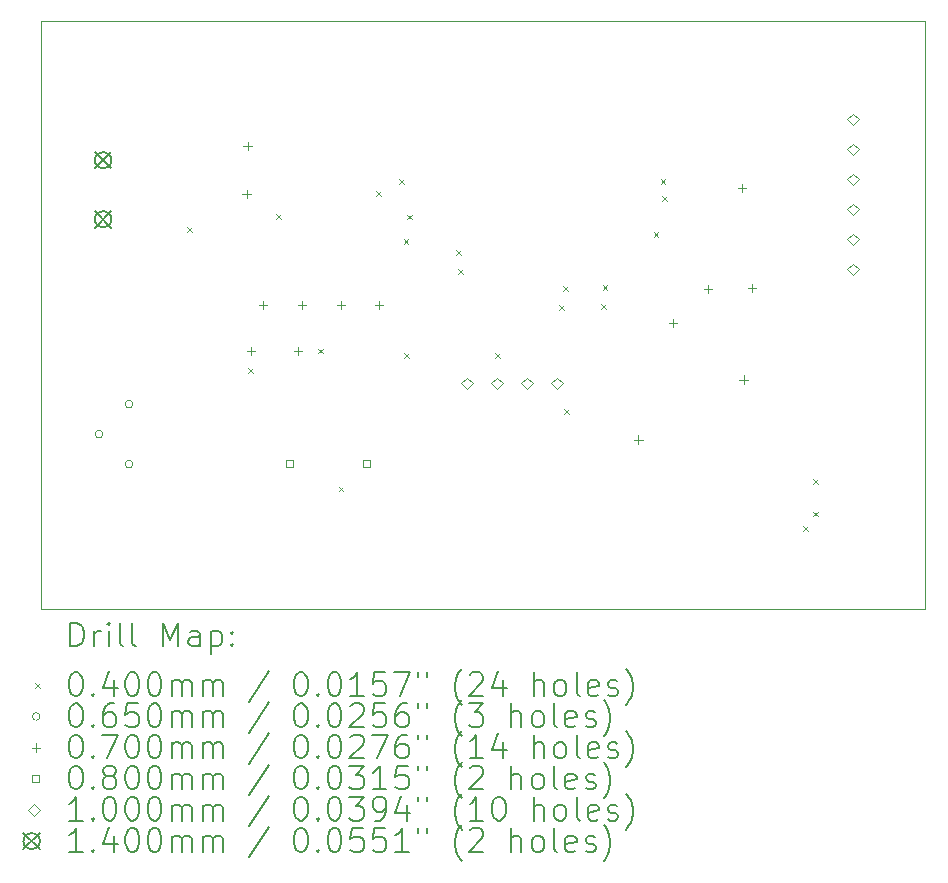
<source format=gbr>
%FSLAX45Y45*%
G04 Gerber Fmt 4.5, Leading zero omitted, Abs format (unit mm)*
G04 Created by KiCad (PCBNEW (6.0.2)) date 2022-04-01 11:26:05*
%MOMM*%
%LPD*%
G01*
G04 APERTURE LIST*
%TA.AperFunction,Profile*%
%ADD10C,0.100000*%
%TD*%
%ADD11C,0.200000*%
%ADD12C,0.040000*%
%ADD13C,0.065000*%
%ADD14C,0.070000*%
%ADD15C,0.080000*%
%ADD16C,0.100000*%
%ADD17C,0.139954*%
G04 APERTURE END LIST*
D10*
X8840000Y-14705000D02*
X16325000Y-14705000D01*
X16325000Y-14705000D02*
X16325000Y-9730000D01*
X16325000Y-9730000D02*
X8840000Y-9730000D01*
X8840000Y-9730000D02*
X8840000Y-14705000D01*
D11*
D12*
X10082500Y-11472500D02*
X10122500Y-11512500D01*
X10122500Y-11472500D02*
X10082500Y-11512500D01*
X10600000Y-12665000D02*
X10640000Y-12705000D01*
X10640000Y-12665000D02*
X10600000Y-12705000D01*
X10835000Y-11360000D02*
X10875000Y-11400000D01*
X10875000Y-11360000D02*
X10835000Y-11400000D01*
X11190000Y-12500000D02*
X11230000Y-12540000D01*
X11230000Y-12500000D02*
X11190000Y-12540000D01*
X11365000Y-13670000D02*
X11405000Y-13710000D01*
X11405000Y-13670000D02*
X11365000Y-13710000D01*
X11680000Y-11165000D02*
X11720000Y-11205000D01*
X11720000Y-11165000D02*
X11680000Y-11205000D01*
X11875000Y-11065000D02*
X11915000Y-11105000D01*
X11915000Y-11065000D02*
X11875000Y-11105000D01*
X11915000Y-11575000D02*
X11955000Y-11615000D01*
X11955000Y-11575000D02*
X11915000Y-11615000D01*
X11920000Y-12540000D02*
X11960000Y-12580000D01*
X11960000Y-12540000D02*
X11920000Y-12580000D01*
X11945000Y-11365000D02*
X11985000Y-11405000D01*
X11985000Y-11365000D02*
X11945000Y-11405000D01*
X12360000Y-11665000D02*
X12400000Y-11705000D01*
X12400000Y-11665000D02*
X12360000Y-11705000D01*
X12375000Y-11825000D02*
X12415000Y-11865000D01*
X12415000Y-11825000D02*
X12375000Y-11865000D01*
X12687000Y-12537000D02*
X12727000Y-12577000D01*
X12727000Y-12537000D02*
X12687000Y-12577000D01*
X13230000Y-12135000D02*
X13270000Y-12175000D01*
X13270000Y-12135000D02*
X13230000Y-12175000D01*
X13265000Y-11970000D02*
X13305000Y-12010000D01*
X13305000Y-11970000D02*
X13265000Y-12010000D01*
X13275000Y-13015000D02*
X13315000Y-13055000D01*
X13315000Y-13015000D02*
X13275000Y-13055000D01*
X13587500Y-12122500D02*
X13627500Y-12162500D01*
X13627500Y-12122500D02*
X13587500Y-12162500D01*
X13600000Y-11965000D02*
X13640000Y-12005000D01*
X13640000Y-11965000D02*
X13600000Y-12005000D01*
X14030000Y-11515000D02*
X14070000Y-11555000D01*
X14070000Y-11515000D02*
X14030000Y-11555000D01*
X14090000Y-11065000D02*
X14130000Y-11105000D01*
X14130000Y-11065000D02*
X14090000Y-11105000D01*
X14100000Y-11210000D02*
X14140000Y-11250000D01*
X14140000Y-11210000D02*
X14100000Y-11250000D01*
X15295000Y-14005000D02*
X15335000Y-14045000D01*
X15335000Y-14005000D02*
X15295000Y-14045000D01*
X15380000Y-13605000D02*
X15420000Y-13645000D01*
X15420000Y-13605000D02*
X15380000Y-13645000D01*
X15380000Y-13880000D02*
X15420000Y-13920000D01*
X15420000Y-13880000D02*
X15380000Y-13920000D01*
D13*
X9368500Y-13225000D02*
G75*
G03*
X9368500Y-13225000I-32500J0D01*
G01*
X9622500Y-12971000D02*
G75*
G03*
X9622500Y-12971000I-32500J0D01*
G01*
X9622500Y-13479000D02*
G75*
G03*
X9622500Y-13479000I-32500J0D01*
G01*
D14*
X10585000Y-11155000D02*
X10585000Y-11225000D01*
X10550000Y-11190000D02*
X10620000Y-11190000D01*
X10592500Y-10747500D02*
X10592500Y-10817500D01*
X10557500Y-10782500D02*
X10627500Y-10782500D01*
X10620000Y-12485000D02*
X10620000Y-12555000D01*
X10585000Y-12520000D02*
X10655000Y-12520000D01*
X10725000Y-12095000D02*
X10725000Y-12165000D01*
X10690000Y-12130000D02*
X10760000Y-12130000D01*
X11020000Y-12485000D02*
X11020000Y-12555000D01*
X10985000Y-12520000D02*
X11055000Y-12520000D01*
X11055000Y-12095000D02*
X11055000Y-12165000D01*
X11020000Y-12130000D02*
X11090000Y-12130000D01*
X11385000Y-12095000D02*
X11385000Y-12165000D01*
X11350000Y-12130000D02*
X11420000Y-12130000D01*
X11705000Y-12095000D02*
X11705000Y-12165000D01*
X11670000Y-12130000D02*
X11740000Y-12130000D01*
X13902500Y-13235000D02*
X13902500Y-13305000D01*
X13867500Y-13270000D02*
X13937500Y-13270000D01*
X14197500Y-12250000D02*
X14197500Y-12320000D01*
X14162500Y-12285000D02*
X14232500Y-12285000D01*
X14492500Y-11962500D02*
X14492500Y-12032500D01*
X14457500Y-11997500D02*
X14527500Y-11997500D01*
X14777500Y-11102500D02*
X14777500Y-11172500D01*
X14742500Y-11137500D02*
X14812500Y-11137500D01*
X14792500Y-12727500D02*
X14792500Y-12797500D01*
X14757500Y-12762500D02*
X14827500Y-12762500D01*
X14862500Y-11955000D02*
X14862500Y-12025000D01*
X14827500Y-11990000D02*
X14897500Y-11990000D01*
D15*
X10978285Y-13503284D02*
X10978285Y-13446715D01*
X10921716Y-13446715D01*
X10921716Y-13503284D01*
X10978285Y-13503284D01*
X11628284Y-13503284D02*
X11628284Y-13446715D01*
X11571715Y-13446715D01*
X11571715Y-13503284D01*
X11628284Y-13503284D01*
D16*
X12453000Y-12845000D02*
X12503000Y-12795000D01*
X12453000Y-12745000D01*
X12403000Y-12795000D01*
X12453000Y-12845000D01*
X12707000Y-12845000D02*
X12757000Y-12795000D01*
X12707000Y-12745000D01*
X12657000Y-12795000D01*
X12707000Y-12845000D01*
X12961000Y-12845000D02*
X13011000Y-12795000D01*
X12961000Y-12745000D01*
X12911000Y-12795000D01*
X12961000Y-12845000D01*
X13215000Y-12845000D02*
X13265000Y-12795000D01*
X13215000Y-12745000D01*
X13165000Y-12795000D01*
X13215000Y-12845000D01*
X15720000Y-10610000D02*
X15770000Y-10560000D01*
X15720000Y-10510000D01*
X15670000Y-10560000D01*
X15720000Y-10610000D01*
X15720000Y-10864000D02*
X15770000Y-10814000D01*
X15720000Y-10764000D01*
X15670000Y-10814000D01*
X15720000Y-10864000D01*
X15720000Y-11118000D02*
X15770000Y-11068000D01*
X15720000Y-11018000D01*
X15670000Y-11068000D01*
X15720000Y-11118000D01*
X15720000Y-11372000D02*
X15770000Y-11322000D01*
X15720000Y-11272000D01*
X15670000Y-11322000D01*
X15720000Y-11372000D01*
X15720000Y-11626000D02*
X15770000Y-11576000D01*
X15720000Y-11526000D01*
X15670000Y-11576000D01*
X15720000Y-11626000D01*
X15720000Y-11880000D02*
X15770000Y-11830000D01*
X15720000Y-11780000D01*
X15670000Y-11830000D01*
X15720000Y-11880000D01*
D17*
X9300023Y-10835087D02*
X9439977Y-10975041D01*
X9439977Y-10835087D02*
X9300023Y-10975041D01*
X9439977Y-10905064D02*
G75*
G03*
X9439977Y-10905064I-69977J0D01*
G01*
X9300023Y-11334959D02*
X9439977Y-11474913D01*
X9439977Y-11334959D02*
X9300023Y-11474913D01*
X9439977Y-11404936D02*
G75*
G03*
X9439977Y-11404936I-69977J0D01*
G01*
D11*
X9092619Y-15020476D02*
X9092619Y-14820476D01*
X9140238Y-14820476D01*
X9168810Y-14830000D01*
X9187857Y-14849048D01*
X9197381Y-14868095D01*
X9206905Y-14906190D01*
X9206905Y-14934762D01*
X9197381Y-14972857D01*
X9187857Y-14991905D01*
X9168810Y-15010952D01*
X9140238Y-15020476D01*
X9092619Y-15020476D01*
X9292619Y-15020476D02*
X9292619Y-14887143D01*
X9292619Y-14925238D02*
X9302143Y-14906190D01*
X9311667Y-14896667D01*
X9330714Y-14887143D01*
X9349762Y-14887143D01*
X9416429Y-15020476D02*
X9416429Y-14887143D01*
X9416429Y-14820476D02*
X9406905Y-14830000D01*
X9416429Y-14839524D01*
X9425952Y-14830000D01*
X9416429Y-14820476D01*
X9416429Y-14839524D01*
X9540238Y-15020476D02*
X9521190Y-15010952D01*
X9511667Y-14991905D01*
X9511667Y-14820476D01*
X9645000Y-15020476D02*
X9625952Y-15010952D01*
X9616429Y-14991905D01*
X9616429Y-14820476D01*
X9873571Y-15020476D02*
X9873571Y-14820476D01*
X9940238Y-14963333D01*
X10006905Y-14820476D01*
X10006905Y-15020476D01*
X10187857Y-15020476D02*
X10187857Y-14915714D01*
X10178333Y-14896667D01*
X10159286Y-14887143D01*
X10121190Y-14887143D01*
X10102143Y-14896667D01*
X10187857Y-15010952D02*
X10168810Y-15020476D01*
X10121190Y-15020476D01*
X10102143Y-15010952D01*
X10092619Y-14991905D01*
X10092619Y-14972857D01*
X10102143Y-14953809D01*
X10121190Y-14944286D01*
X10168810Y-14944286D01*
X10187857Y-14934762D01*
X10283095Y-14887143D02*
X10283095Y-15087143D01*
X10283095Y-14896667D02*
X10302143Y-14887143D01*
X10340238Y-14887143D01*
X10359286Y-14896667D01*
X10368810Y-14906190D01*
X10378333Y-14925238D01*
X10378333Y-14982381D01*
X10368810Y-15001428D01*
X10359286Y-15010952D01*
X10340238Y-15020476D01*
X10302143Y-15020476D01*
X10283095Y-15010952D01*
X10464048Y-15001428D02*
X10473571Y-15010952D01*
X10464048Y-15020476D01*
X10454524Y-15010952D01*
X10464048Y-15001428D01*
X10464048Y-15020476D01*
X10464048Y-14896667D02*
X10473571Y-14906190D01*
X10464048Y-14915714D01*
X10454524Y-14906190D01*
X10464048Y-14896667D01*
X10464048Y-14915714D01*
D12*
X8795000Y-15330000D02*
X8835000Y-15370000D01*
X8835000Y-15330000D02*
X8795000Y-15370000D01*
D11*
X9130714Y-15240476D02*
X9149762Y-15240476D01*
X9168810Y-15250000D01*
X9178333Y-15259524D01*
X9187857Y-15278571D01*
X9197381Y-15316667D01*
X9197381Y-15364286D01*
X9187857Y-15402381D01*
X9178333Y-15421428D01*
X9168810Y-15430952D01*
X9149762Y-15440476D01*
X9130714Y-15440476D01*
X9111667Y-15430952D01*
X9102143Y-15421428D01*
X9092619Y-15402381D01*
X9083095Y-15364286D01*
X9083095Y-15316667D01*
X9092619Y-15278571D01*
X9102143Y-15259524D01*
X9111667Y-15250000D01*
X9130714Y-15240476D01*
X9283095Y-15421428D02*
X9292619Y-15430952D01*
X9283095Y-15440476D01*
X9273571Y-15430952D01*
X9283095Y-15421428D01*
X9283095Y-15440476D01*
X9464048Y-15307143D02*
X9464048Y-15440476D01*
X9416429Y-15230952D02*
X9368810Y-15373809D01*
X9492619Y-15373809D01*
X9606905Y-15240476D02*
X9625952Y-15240476D01*
X9645000Y-15250000D01*
X9654524Y-15259524D01*
X9664048Y-15278571D01*
X9673571Y-15316667D01*
X9673571Y-15364286D01*
X9664048Y-15402381D01*
X9654524Y-15421428D01*
X9645000Y-15430952D01*
X9625952Y-15440476D01*
X9606905Y-15440476D01*
X9587857Y-15430952D01*
X9578333Y-15421428D01*
X9568810Y-15402381D01*
X9559286Y-15364286D01*
X9559286Y-15316667D01*
X9568810Y-15278571D01*
X9578333Y-15259524D01*
X9587857Y-15250000D01*
X9606905Y-15240476D01*
X9797381Y-15240476D02*
X9816429Y-15240476D01*
X9835476Y-15250000D01*
X9845000Y-15259524D01*
X9854524Y-15278571D01*
X9864048Y-15316667D01*
X9864048Y-15364286D01*
X9854524Y-15402381D01*
X9845000Y-15421428D01*
X9835476Y-15430952D01*
X9816429Y-15440476D01*
X9797381Y-15440476D01*
X9778333Y-15430952D01*
X9768810Y-15421428D01*
X9759286Y-15402381D01*
X9749762Y-15364286D01*
X9749762Y-15316667D01*
X9759286Y-15278571D01*
X9768810Y-15259524D01*
X9778333Y-15250000D01*
X9797381Y-15240476D01*
X9949762Y-15440476D02*
X9949762Y-15307143D01*
X9949762Y-15326190D02*
X9959286Y-15316667D01*
X9978333Y-15307143D01*
X10006905Y-15307143D01*
X10025952Y-15316667D01*
X10035476Y-15335714D01*
X10035476Y-15440476D01*
X10035476Y-15335714D02*
X10045000Y-15316667D01*
X10064048Y-15307143D01*
X10092619Y-15307143D01*
X10111667Y-15316667D01*
X10121190Y-15335714D01*
X10121190Y-15440476D01*
X10216429Y-15440476D02*
X10216429Y-15307143D01*
X10216429Y-15326190D02*
X10225952Y-15316667D01*
X10245000Y-15307143D01*
X10273571Y-15307143D01*
X10292619Y-15316667D01*
X10302143Y-15335714D01*
X10302143Y-15440476D01*
X10302143Y-15335714D02*
X10311667Y-15316667D01*
X10330714Y-15307143D01*
X10359286Y-15307143D01*
X10378333Y-15316667D01*
X10387857Y-15335714D01*
X10387857Y-15440476D01*
X10778333Y-15230952D02*
X10606905Y-15488095D01*
X11035476Y-15240476D02*
X11054524Y-15240476D01*
X11073571Y-15250000D01*
X11083095Y-15259524D01*
X11092619Y-15278571D01*
X11102143Y-15316667D01*
X11102143Y-15364286D01*
X11092619Y-15402381D01*
X11083095Y-15421428D01*
X11073571Y-15430952D01*
X11054524Y-15440476D01*
X11035476Y-15440476D01*
X11016429Y-15430952D01*
X11006905Y-15421428D01*
X10997381Y-15402381D01*
X10987857Y-15364286D01*
X10987857Y-15316667D01*
X10997381Y-15278571D01*
X11006905Y-15259524D01*
X11016429Y-15250000D01*
X11035476Y-15240476D01*
X11187857Y-15421428D02*
X11197381Y-15430952D01*
X11187857Y-15440476D01*
X11178333Y-15430952D01*
X11187857Y-15421428D01*
X11187857Y-15440476D01*
X11321190Y-15240476D02*
X11340238Y-15240476D01*
X11359286Y-15250000D01*
X11368809Y-15259524D01*
X11378333Y-15278571D01*
X11387857Y-15316667D01*
X11387857Y-15364286D01*
X11378333Y-15402381D01*
X11368809Y-15421428D01*
X11359286Y-15430952D01*
X11340238Y-15440476D01*
X11321190Y-15440476D01*
X11302143Y-15430952D01*
X11292619Y-15421428D01*
X11283095Y-15402381D01*
X11273571Y-15364286D01*
X11273571Y-15316667D01*
X11283095Y-15278571D01*
X11292619Y-15259524D01*
X11302143Y-15250000D01*
X11321190Y-15240476D01*
X11578333Y-15440476D02*
X11464048Y-15440476D01*
X11521190Y-15440476D02*
X11521190Y-15240476D01*
X11502143Y-15269048D01*
X11483095Y-15288095D01*
X11464048Y-15297619D01*
X11759286Y-15240476D02*
X11664048Y-15240476D01*
X11654524Y-15335714D01*
X11664048Y-15326190D01*
X11683095Y-15316667D01*
X11730714Y-15316667D01*
X11749762Y-15326190D01*
X11759286Y-15335714D01*
X11768809Y-15354762D01*
X11768809Y-15402381D01*
X11759286Y-15421428D01*
X11749762Y-15430952D01*
X11730714Y-15440476D01*
X11683095Y-15440476D01*
X11664048Y-15430952D01*
X11654524Y-15421428D01*
X11835476Y-15240476D02*
X11968809Y-15240476D01*
X11883095Y-15440476D01*
X12035476Y-15240476D02*
X12035476Y-15278571D01*
X12111667Y-15240476D02*
X12111667Y-15278571D01*
X12406905Y-15516667D02*
X12397381Y-15507143D01*
X12378333Y-15478571D01*
X12368809Y-15459524D01*
X12359286Y-15430952D01*
X12349762Y-15383333D01*
X12349762Y-15345238D01*
X12359286Y-15297619D01*
X12368809Y-15269048D01*
X12378333Y-15250000D01*
X12397381Y-15221428D01*
X12406905Y-15211905D01*
X12473571Y-15259524D02*
X12483095Y-15250000D01*
X12502143Y-15240476D01*
X12549762Y-15240476D01*
X12568809Y-15250000D01*
X12578333Y-15259524D01*
X12587857Y-15278571D01*
X12587857Y-15297619D01*
X12578333Y-15326190D01*
X12464048Y-15440476D01*
X12587857Y-15440476D01*
X12759286Y-15307143D02*
X12759286Y-15440476D01*
X12711667Y-15230952D02*
X12664048Y-15373809D01*
X12787857Y-15373809D01*
X13016428Y-15440476D02*
X13016428Y-15240476D01*
X13102143Y-15440476D02*
X13102143Y-15335714D01*
X13092619Y-15316667D01*
X13073571Y-15307143D01*
X13045000Y-15307143D01*
X13025952Y-15316667D01*
X13016428Y-15326190D01*
X13225952Y-15440476D02*
X13206905Y-15430952D01*
X13197381Y-15421428D01*
X13187857Y-15402381D01*
X13187857Y-15345238D01*
X13197381Y-15326190D01*
X13206905Y-15316667D01*
X13225952Y-15307143D01*
X13254524Y-15307143D01*
X13273571Y-15316667D01*
X13283095Y-15326190D01*
X13292619Y-15345238D01*
X13292619Y-15402381D01*
X13283095Y-15421428D01*
X13273571Y-15430952D01*
X13254524Y-15440476D01*
X13225952Y-15440476D01*
X13406905Y-15440476D02*
X13387857Y-15430952D01*
X13378333Y-15411905D01*
X13378333Y-15240476D01*
X13559286Y-15430952D02*
X13540238Y-15440476D01*
X13502143Y-15440476D01*
X13483095Y-15430952D01*
X13473571Y-15411905D01*
X13473571Y-15335714D01*
X13483095Y-15316667D01*
X13502143Y-15307143D01*
X13540238Y-15307143D01*
X13559286Y-15316667D01*
X13568809Y-15335714D01*
X13568809Y-15354762D01*
X13473571Y-15373809D01*
X13645000Y-15430952D02*
X13664048Y-15440476D01*
X13702143Y-15440476D01*
X13721190Y-15430952D01*
X13730714Y-15411905D01*
X13730714Y-15402381D01*
X13721190Y-15383333D01*
X13702143Y-15373809D01*
X13673571Y-15373809D01*
X13654524Y-15364286D01*
X13645000Y-15345238D01*
X13645000Y-15335714D01*
X13654524Y-15316667D01*
X13673571Y-15307143D01*
X13702143Y-15307143D01*
X13721190Y-15316667D01*
X13797381Y-15516667D02*
X13806905Y-15507143D01*
X13825952Y-15478571D01*
X13835476Y-15459524D01*
X13845000Y-15430952D01*
X13854524Y-15383333D01*
X13854524Y-15345238D01*
X13845000Y-15297619D01*
X13835476Y-15269048D01*
X13825952Y-15250000D01*
X13806905Y-15221428D01*
X13797381Y-15211905D01*
D13*
X8835000Y-15614000D02*
G75*
G03*
X8835000Y-15614000I-32500J0D01*
G01*
D11*
X9130714Y-15504476D02*
X9149762Y-15504476D01*
X9168810Y-15514000D01*
X9178333Y-15523524D01*
X9187857Y-15542571D01*
X9197381Y-15580667D01*
X9197381Y-15628286D01*
X9187857Y-15666381D01*
X9178333Y-15685428D01*
X9168810Y-15694952D01*
X9149762Y-15704476D01*
X9130714Y-15704476D01*
X9111667Y-15694952D01*
X9102143Y-15685428D01*
X9092619Y-15666381D01*
X9083095Y-15628286D01*
X9083095Y-15580667D01*
X9092619Y-15542571D01*
X9102143Y-15523524D01*
X9111667Y-15514000D01*
X9130714Y-15504476D01*
X9283095Y-15685428D02*
X9292619Y-15694952D01*
X9283095Y-15704476D01*
X9273571Y-15694952D01*
X9283095Y-15685428D01*
X9283095Y-15704476D01*
X9464048Y-15504476D02*
X9425952Y-15504476D01*
X9406905Y-15514000D01*
X9397381Y-15523524D01*
X9378333Y-15552095D01*
X9368810Y-15590190D01*
X9368810Y-15666381D01*
X9378333Y-15685428D01*
X9387857Y-15694952D01*
X9406905Y-15704476D01*
X9445000Y-15704476D01*
X9464048Y-15694952D01*
X9473571Y-15685428D01*
X9483095Y-15666381D01*
X9483095Y-15618762D01*
X9473571Y-15599714D01*
X9464048Y-15590190D01*
X9445000Y-15580667D01*
X9406905Y-15580667D01*
X9387857Y-15590190D01*
X9378333Y-15599714D01*
X9368810Y-15618762D01*
X9664048Y-15504476D02*
X9568810Y-15504476D01*
X9559286Y-15599714D01*
X9568810Y-15590190D01*
X9587857Y-15580667D01*
X9635476Y-15580667D01*
X9654524Y-15590190D01*
X9664048Y-15599714D01*
X9673571Y-15618762D01*
X9673571Y-15666381D01*
X9664048Y-15685428D01*
X9654524Y-15694952D01*
X9635476Y-15704476D01*
X9587857Y-15704476D01*
X9568810Y-15694952D01*
X9559286Y-15685428D01*
X9797381Y-15504476D02*
X9816429Y-15504476D01*
X9835476Y-15514000D01*
X9845000Y-15523524D01*
X9854524Y-15542571D01*
X9864048Y-15580667D01*
X9864048Y-15628286D01*
X9854524Y-15666381D01*
X9845000Y-15685428D01*
X9835476Y-15694952D01*
X9816429Y-15704476D01*
X9797381Y-15704476D01*
X9778333Y-15694952D01*
X9768810Y-15685428D01*
X9759286Y-15666381D01*
X9749762Y-15628286D01*
X9749762Y-15580667D01*
X9759286Y-15542571D01*
X9768810Y-15523524D01*
X9778333Y-15514000D01*
X9797381Y-15504476D01*
X9949762Y-15704476D02*
X9949762Y-15571143D01*
X9949762Y-15590190D02*
X9959286Y-15580667D01*
X9978333Y-15571143D01*
X10006905Y-15571143D01*
X10025952Y-15580667D01*
X10035476Y-15599714D01*
X10035476Y-15704476D01*
X10035476Y-15599714D02*
X10045000Y-15580667D01*
X10064048Y-15571143D01*
X10092619Y-15571143D01*
X10111667Y-15580667D01*
X10121190Y-15599714D01*
X10121190Y-15704476D01*
X10216429Y-15704476D02*
X10216429Y-15571143D01*
X10216429Y-15590190D02*
X10225952Y-15580667D01*
X10245000Y-15571143D01*
X10273571Y-15571143D01*
X10292619Y-15580667D01*
X10302143Y-15599714D01*
X10302143Y-15704476D01*
X10302143Y-15599714D02*
X10311667Y-15580667D01*
X10330714Y-15571143D01*
X10359286Y-15571143D01*
X10378333Y-15580667D01*
X10387857Y-15599714D01*
X10387857Y-15704476D01*
X10778333Y-15494952D02*
X10606905Y-15752095D01*
X11035476Y-15504476D02*
X11054524Y-15504476D01*
X11073571Y-15514000D01*
X11083095Y-15523524D01*
X11092619Y-15542571D01*
X11102143Y-15580667D01*
X11102143Y-15628286D01*
X11092619Y-15666381D01*
X11083095Y-15685428D01*
X11073571Y-15694952D01*
X11054524Y-15704476D01*
X11035476Y-15704476D01*
X11016429Y-15694952D01*
X11006905Y-15685428D01*
X10997381Y-15666381D01*
X10987857Y-15628286D01*
X10987857Y-15580667D01*
X10997381Y-15542571D01*
X11006905Y-15523524D01*
X11016429Y-15514000D01*
X11035476Y-15504476D01*
X11187857Y-15685428D02*
X11197381Y-15694952D01*
X11187857Y-15704476D01*
X11178333Y-15694952D01*
X11187857Y-15685428D01*
X11187857Y-15704476D01*
X11321190Y-15504476D02*
X11340238Y-15504476D01*
X11359286Y-15514000D01*
X11368809Y-15523524D01*
X11378333Y-15542571D01*
X11387857Y-15580667D01*
X11387857Y-15628286D01*
X11378333Y-15666381D01*
X11368809Y-15685428D01*
X11359286Y-15694952D01*
X11340238Y-15704476D01*
X11321190Y-15704476D01*
X11302143Y-15694952D01*
X11292619Y-15685428D01*
X11283095Y-15666381D01*
X11273571Y-15628286D01*
X11273571Y-15580667D01*
X11283095Y-15542571D01*
X11292619Y-15523524D01*
X11302143Y-15514000D01*
X11321190Y-15504476D01*
X11464048Y-15523524D02*
X11473571Y-15514000D01*
X11492619Y-15504476D01*
X11540238Y-15504476D01*
X11559286Y-15514000D01*
X11568809Y-15523524D01*
X11578333Y-15542571D01*
X11578333Y-15561619D01*
X11568809Y-15590190D01*
X11454524Y-15704476D01*
X11578333Y-15704476D01*
X11759286Y-15504476D02*
X11664048Y-15504476D01*
X11654524Y-15599714D01*
X11664048Y-15590190D01*
X11683095Y-15580667D01*
X11730714Y-15580667D01*
X11749762Y-15590190D01*
X11759286Y-15599714D01*
X11768809Y-15618762D01*
X11768809Y-15666381D01*
X11759286Y-15685428D01*
X11749762Y-15694952D01*
X11730714Y-15704476D01*
X11683095Y-15704476D01*
X11664048Y-15694952D01*
X11654524Y-15685428D01*
X11940238Y-15504476D02*
X11902143Y-15504476D01*
X11883095Y-15514000D01*
X11873571Y-15523524D01*
X11854524Y-15552095D01*
X11845000Y-15590190D01*
X11845000Y-15666381D01*
X11854524Y-15685428D01*
X11864048Y-15694952D01*
X11883095Y-15704476D01*
X11921190Y-15704476D01*
X11940238Y-15694952D01*
X11949762Y-15685428D01*
X11959286Y-15666381D01*
X11959286Y-15618762D01*
X11949762Y-15599714D01*
X11940238Y-15590190D01*
X11921190Y-15580667D01*
X11883095Y-15580667D01*
X11864048Y-15590190D01*
X11854524Y-15599714D01*
X11845000Y-15618762D01*
X12035476Y-15504476D02*
X12035476Y-15542571D01*
X12111667Y-15504476D02*
X12111667Y-15542571D01*
X12406905Y-15780667D02*
X12397381Y-15771143D01*
X12378333Y-15742571D01*
X12368809Y-15723524D01*
X12359286Y-15694952D01*
X12349762Y-15647333D01*
X12349762Y-15609238D01*
X12359286Y-15561619D01*
X12368809Y-15533048D01*
X12378333Y-15514000D01*
X12397381Y-15485428D01*
X12406905Y-15475905D01*
X12464048Y-15504476D02*
X12587857Y-15504476D01*
X12521190Y-15580667D01*
X12549762Y-15580667D01*
X12568809Y-15590190D01*
X12578333Y-15599714D01*
X12587857Y-15618762D01*
X12587857Y-15666381D01*
X12578333Y-15685428D01*
X12568809Y-15694952D01*
X12549762Y-15704476D01*
X12492619Y-15704476D01*
X12473571Y-15694952D01*
X12464048Y-15685428D01*
X12825952Y-15704476D02*
X12825952Y-15504476D01*
X12911667Y-15704476D02*
X12911667Y-15599714D01*
X12902143Y-15580667D01*
X12883095Y-15571143D01*
X12854524Y-15571143D01*
X12835476Y-15580667D01*
X12825952Y-15590190D01*
X13035476Y-15704476D02*
X13016428Y-15694952D01*
X13006905Y-15685428D01*
X12997381Y-15666381D01*
X12997381Y-15609238D01*
X13006905Y-15590190D01*
X13016428Y-15580667D01*
X13035476Y-15571143D01*
X13064048Y-15571143D01*
X13083095Y-15580667D01*
X13092619Y-15590190D01*
X13102143Y-15609238D01*
X13102143Y-15666381D01*
X13092619Y-15685428D01*
X13083095Y-15694952D01*
X13064048Y-15704476D01*
X13035476Y-15704476D01*
X13216428Y-15704476D02*
X13197381Y-15694952D01*
X13187857Y-15675905D01*
X13187857Y-15504476D01*
X13368809Y-15694952D02*
X13349762Y-15704476D01*
X13311667Y-15704476D01*
X13292619Y-15694952D01*
X13283095Y-15675905D01*
X13283095Y-15599714D01*
X13292619Y-15580667D01*
X13311667Y-15571143D01*
X13349762Y-15571143D01*
X13368809Y-15580667D01*
X13378333Y-15599714D01*
X13378333Y-15618762D01*
X13283095Y-15637809D01*
X13454524Y-15694952D02*
X13473571Y-15704476D01*
X13511667Y-15704476D01*
X13530714Y-15694952D01*
X13540238Y-15675905D01*
X13540238Y-15666381D01*
X13530714Y-15647333D01*
X13511667Y-15637809D01*
X13483095Y-15637809D01*
X13464048Y-15628286D01*
X13454524Y-15609238D01*
X13454524Y-15599714D01*
X13464048Y-15580667D01*
X13483095Y-15571143D01*
X13511667Y-15571143D01*
X13530714Y-15580667D01*
X13606905Y-15780667D02*
X13616428Y-15771143D01*
X13635476Y-15742571D01*
X13645000Y-15723524D01*
X13654524Y-15694952D01*
X13664048Y-15647333D01*
X13664048Y-15609238D01*
X13654524Y-15561619D01*
X13645000Y-15533048D01*
X13635476Y-15514000D01*
X13616428Y-15485428D01*
X13606905Y-15475905D01*
D14*
X8800000Y-15843000D02*
X8800000Y-15913000D01*
X8765000Y-15878000D02*
X8835000Y-15878000D01*
D11*
X9130714Y-15768476D02*
X9149762Y-15768476D01*
X9168810Y-15778000D01*
X9178333Y-15787524D01*
X9187857Y-15806571D01*
X9197381Y-15844667D01*
X9197381Y-15892286D01*
X9187857Y-15930381D01*
X9178333Y-15949428D01*
X9168810Y-15958952D01*
X9149762Y-15968476D01*
X9130714Y-15968476D01*
X9111667Y-15958952D01*
X9102143Y-15949428D01*
X9092619Y-15930381D01*
X9083095Y-15892286D01*
X9083095Y-15844667D01*
X9092619Y-15806571D01*
X9102143Y-15787524D01*
X9111667Y-15778000D01*
X9130714Y-15768476D01*
X9283095Y-15949428D02*
X9292619Y-15958952D01*
X9283095Y-15968476D01*
X9273571Y-15958952D01*
X9283095Y-15949428D01*
X9283095Y-15968476D01*
X9359286Y-15768476D02*
X9492619Y-15768476D01*
X9406905Y-15968476D01*
X9606905Y-15768476D02*
X9625952Y-15768476D01*
X9645000Y-15778000D01*
X9654524Y-15787524D01*
X9664048Y-15806571D01*
X9673571Y-15844667D01*
X9673571Y-15892286D01*
X9664048Y-15930381D01*
X9654524Y-15949428D01*
X9645000Y-15958952D01*
X9625952Y-15968476D01*
X9606905Y-15968476D01*
X9587857Y-15958952D01*
X9578333Y-15949428D01*
X9568810Y-15930381D01*
X9559286Y-15892286D01*
X9559286Y-15844667D01*
X9568810Y-15806571D01*
X9578333Y-15787524D01*
X9587857Y-15778000D01*
X9606905Y-15768476D01*
X9797381Y-15768476D02*
X9816429Y-15768476D01*
X9835476Y-15778000D01*
X9845000Y-15787524D01*
X9854524Y-15806571D01*
X9864048Y-15844667D01*
X9864048Y-15892286D01*
X9854524Y-15930381D01*
X9845000Y-15949428D01*
X9835476Y-15958952D01*
X9816429Y-15968476D01*
X9797381Y-15968476D01*
X9778333Y-15958952D01*
X9768810Y-15949428D01*
X9759286Y-15930381D01*
X9749762Y-15892286D01*
X9749762Y-15844667D01*
X9759286Y-15806571D01*
X9768810Y-15787524D01*
X9778333Y-15778000D01*
X9797381Y-15768476D01*
X9949762Y-15968476D02*
X9949762Y-15835143D01*
X9949762Y-15854190D02*
X9959286Y-15844667D01*
X9978333Y-15835143D01*
X10006905Y-15835143D01*
X10025952Y-15844667D01*
X10035476Y-15863714D01*
X10035476Y-15968476D01*
X10035476Y-15863714D02*
X10045000Y-15844667D01*
X10064048Y-15835143D01*
X10092619Y-15835143D01*
X10111667Y-15844667D01*
X10121190Y-15863714D01*
X10121190Y-15968476D01*
X10216429Y-15968476D02*
X10216429Y-15835143D01*
X10216429Y-15854190D02*
X10225952Y-15844667D01*
X10245000Y-15835143D01*
X10273571Y-15835143D01*
X10292619Y-15844667D01*
X10302143Y-15863714D01*
X10302143Y-15968476D01*
X10302143Y-15863714D02*
X10311667Y-15844667D01*
X10330714Y-15835143D01*
X10359286Y-15835143D01*
X10378333Y-15844667D01*
X10387857Y-15863714D01*
X10387857Y-15968476D01*
X10778333Y-15758952D02*
X10606905Y-16016095D01*
X11035476Y-15768476D02*
X11054524Y-15768476D01*
X11073571Y-15778000D01*
X11083095Y-15787524D01*
X11092619Y-15806571D01*
X11102143Y-15844667D01*
X11102143Y-15892286D01*
X11092619Y-15930381D01*
X11083095Y-15949428D01*
X11073571Y-15958952D01*
X11054524Y-15968476D01*
X11035476Y-15968476D01*
X11016429Y-15958952D01*
X11006905Y-15949428D01*
X10997381Y-15930381D01*
X10987857Y-15892286D01*
X10987857Y-15844667D01*
X10997381Y-15806571D01*
X11006905Y-15787524D01*
X11016429Y-15778000D01*
X11035476Y-15768476D01*
X11187857Y-15949428D02*
X11197381Y-15958952D01*
X11187857Y-15968476D01*
X11178333Y-15958952D01*
X11187857Y-15949428D01*
X11187857Y-15968476D01*
X11321190Y-15768476D02*
X11340238Y-15768476D01*
X11359286Y-15778000D01*
X11368809Y-15787524D01*
X11378333Y-15806571D01*
X11387857Y-15844667D01*
X11387857Y-15892286D01*
X11378333Y-15930381D01*
X11368809Y-15949428D01*
X11359286Y-15958952D01*
X11340238Y-15968476D01*
X11321190Y-15968476D01*
X11302143Y-15958952D01*
X11292619Y-15949428D01*
X11283095Y-15930381D01*
X11273571Y-15892286D01*
X11273571Y-15844667D01*
X11283095Y-15806571D01*
X11292619Y-15787524D01*
X11302143Y-15778000D01*
X11321190Y-15768476D01*
X11464048Y-15787524D02*
X11473571Y-15778000D01*
X11492619Y-15768476D01*
X11540238Y-15768476D01*
X11559286Y-15778000D01*
X11568809Y-15787524D01*
X11578333Y-15806571D01*
X11578333Y-15825619D01*
X11568809Y-15854190D01*
X11454524Y-15968476D01*
X11578333Y-15968476D01*
X11645000Y-15768476D02*
X11778333Y-15768476D01*
X11692619Y-15968476D01*
X11940238Y-15768476D02*
X11902143Y-15768476D01*
X11883095Y-15778000D01*
X11873571Y-15787524D01*
X11854524Y-15816095D01*
X11845000Y-15854190D01*
X11845000Y-15930381D01*
X11854524Y-15949428D01*
X11864048Y-15958952D01*
X11883095Y-15968476D01*
X11921190Y-15968476D01*
X11940238Y-15958952D01*
X11949762Y-15949428D01*
X11959286Y-15930381D01*
X11959286Y-15882762D01*
X11949762Y-15863714D01*
X11940238Y-15854190D01*
X11921190Y-15844667D01*
X11883095Y-15844667D01*
X11864048Y-15854190D01*
X11854524Y-15863714D01*
X11845000Y-15882762D01*
X12035476Y-15768476D02*
X12035476Y-15806571D01*
X12111667Y-15768476D02*
X12111667Y-15806571D01*
X12406905Y-16044667D02*
X12397381Y-16035143D01*
X12378333Y-16006571D01*
X12368809Y-15987524D01*
X12359286Y-15958952D01*
X12349762Y-15911333D01*
X12349762Y-15873238D01*
X12359286Y-15825619D01*
X12368809Y-15797048D01*
X12378333Y-15778000D01*
X12397381Y-15749428D01*
X12406905Y-15739905D01*
X12587857Y-15968476D02*
X12473571Y-15968476D01*
X12530714Y-15968476D02*
X12530714Y-15768476D01*
X12511667Y-15797048D01*
X12492619Y-15816095D01*
X12473571Y-15825619D01*
X12759286Y-15835143D02*
X12759286Y-15968476D01*
X12711667Y-15758952D02*
X12664048Y-15901809D01*
X12787857Y-15901809D01*
X13016428Y-15968476D02*
X13016428Y-15768476D01*
X13102143Y-15968476D02*
X13102143Y-15863714D01*
X13092619Y-15844667D01*
X13073571Y-15835143D01*
X13045000Y-15835143D01*
X13025952Y-15844667D01*
X13016428Y-15854190D01*
X13225952Y-15968476D02*
X13206905Y-15958952D01*
X13197381Y-15949428D01*
X13187857Y-15930381D01*
X13187857Y-15873238D01*
X13197381Y-15854190D01*
X13206905Y-15844667D01*
X13225952Y-15835143D01*
X13254524Y-15835143D01*
X13273571Y-15844667D01*
X13283095Y-15854190D01*
X13292619Y-15873238D01*
X13292619Y-15930381D01*
X13283095Y-15949428D01*
X13273571Y-15958952D01*
X13254524Y-15968476D01*
X13225952Y-15968476D01*
X13406905Y-15968476D02*
X13387857Y-15958952D01*
X13378333Y-15939905D01*
X13378333Y-15768476D01*
X13559286Y-15958952D02*
X13540238Y-15968476D01*
X13502143Y-15968476D01*
X13483095Y-15958952D01*
X13473571Y-15939905D01*
X13473571Y-15863714D01*
X13483095Y-15844667D01*
X13502143Y-15835143D01*
X13540238Y-15835143D01*
X13559286Y-15844667D01*
X13568809Y-15863714D01*
X13568809Y-15882762D01*
X13473571Y-15901809D01*
X13645000Y-15958952D02*
X13664048Y-15968476D01*
X13702143Y-15968476D01*
X13721190Y-15958952D01*
X13730714Y-15939905D01*
X13730714Y-15930381D01*
X13721190Y-15911333D01*
X13702143Y-15901809D01*
X13673571Y-15901809D01*
X13654524Y-15892286D01*
X13645000Y-15873238D01*
X13645000Y-15863714D01*
X13654524Y-15844667D01*
X13673571Y-15835143D01*
X13702143Y-15835143D01*
X13721190Y-15844667D01*
X13797381Y-16044667D02*
X13806905Y-16035143D01*
X13825952Y-16006571D01*
X13835476Y-15987524D01*
X13845000Y-15958952D01*
X13854524Y-15911333D01*
X13854524Y-15873238D01*
X13845000Y-15825619D01*
X13835476Y-15797048D01*
X13825952Y-15778000D01*
X13806905Y-15749428D01*
X13797381Y-15739905D01*
D15*
X8823285Y-16170284D02*
X8823285Y-16113715D01*
X8766716Y-16113715D01*
X8766716Y-16170284D01*
X8823285Y-16170284D01*
D11*
X9130714Y-16032476D02*
X9149762Y-16032476D01*
X9168810Y-16042000D01*
X9178333Y-16051524D01*
X9187857Y-16070571D01*
X9197381Y-16108667D01*
X9197381Y-16156286D01*
X9187857Y-16194381D01*
X9178333Y-16213428D01*
X9168810Y-16222952D01*
X9149762Y-16232476D01*
X9130714Y-16232476D01*
X9111667Y-16222952D01*
X9102143Y-16213428D01*
X9092619Y-16194381D01*
X9083095Y-16156286D01*
X9083095Y-16108667D01*
X9092619Y-16070571D01*
X9102143Y-16051524D01*
X9111667Y-16042000D01*
X9130714Y-16032476D01*
X9283095Y-16213428D02*
X9292619Y-16222952D01*
X9283095Y-16232476D01*
X9273571Y-16222952D01*
X9283095Y-16213428D01*
X9283095Y-16232476D01*
X9406905Y-16118190D02*
X9387857Y-16108667D01*
X9378333Y-16099143D01*
X9368810Y-16080095D01*
X9368810Y-16070571D01*
X9378333Y-16051524D01*
X9387857Y-16042000D01*
X9406905Y-16032476D01*
X9445000Y-16032476D01*
X9464048Y-16042000D01*
X9473571Y-16051524D01*
X9483095Y-16070571D01*
X9483095Y-16080095D01*
X9473571Y-16099143D01*
X9464048Y-16108667D01*
X9445000Y-16118190D01*
X9406905Y-16118190D01*
X9387857Y-16127714D01*
X9378333Y-16137238D01*
X9368810Y-16156286D01*
X9368810Y-16194381D01*
X9378333Y-16213428D01*
X9387857Y-16222952D01*
X9406905Y-16232476D01*
X9445000Y-16232476D01*
X9464048Y-16222952D01*
X9473571Y-16213428D01*
X9483095Y-16194381D01*
X9483095Y-16156286D01*
X9473571Y-16137238D01*
X9464048Y-16127714D01*
X9445000Y-16118190D01*
X9606905Y-16032476D02*
X9625952Y-16032476D01*
X9645000Y-16042000D01*
X9654524Y-16051524D01*
X9664048Y-16070571D01*
X9673571Y-16108667D01*
X9673571Y-16156286D01*
X9664048Y-16194381D01*
X9654524Y-16213428D01*
X9645000Y-16222952D01*
X9625952Y-16232476D01*
X9606905Y-16232476D01*
X9587857Y-16222952D01*
X9578333Y-16213428D01*
X9568810Y-16194381D01*
X9559286Y-16156286D01*
X9559286Y-16108667D01*
X9568810Y-16070571D01*
X9578333Y-16051524D01*
X9587857Y-16042000D01*
X9606905Y-16032476D01*
X9797381Y-16032476D02*
X9816429Y-16032476D01*
X9835476Y-16042000D01*
X9845000Y-16051524D01*
X9854524Y-16070571D01*
X9864048Y-16108667D01*
X9864048Y-16156286D01*
X9854524Y-16194381D01*
X9845000Y-16213428D01*
X9835476Y-16222952D01*
X9816429Y-16232476D01*
X9797381Y-16232476D01*
X9778333Y-16222952D01*
X9768810Y-16213428D01*
X9759286Y-16194381D01*
X9749762Y-16156286D01*
X9749762Y-16108667D01*
X9759286Y-16070571D01*
X9768810Y-16051524D01*
X9778333Y-16042000D01*
X9797381Y-16032476D01*
X9949762Y-16232476D02*
X9949762Y-16099143D01*
X9949762Y-16118190D02*
X9959286Y-16108667D01*
X9978333Y-16099143D01*
X10006905Y-16099143D01*
X10025952Y-16108667D01*
X10035476Y-16127714D01*
X10035476Y-16232476D01*
X10035476Y-16127714D02*
X10045000Y-16108667D01*
X10064048Y-16099143D01*
X10092619Y-16099143D01*
X10111667Y-16108667D01*
X10121190Y-16127714D01*
X10121190Y-16232476D01*
X10216429Y-16232476D02*
X10216429Y-16099143D01*
X10216429Y-16118190D02*
X10225952Y-16108667D01*
X10245000Y-16099143D01*
X10273571Y-16099143D01*
X10292619Y-16108667D01*
X10302143Y-16127714D01*
X10302143Y-16232476D01*
X10302143Y-16127714D02*
X10311667Y-16108667D01*
X10330714Y-16099143D01*
X10359286Y-16099143D01*
X10378333Y-16108667D01*
X10387857Y-16127714D01*
X10387857Y-16232476D01*
X10778333Y-16022952D02*
X10606905Y-16280095D01*
X11035476Y-16032476D02*
X11054524Y-16032476D01*
X11073571Y-16042000D01*
X11083095Y-16051524D01*
X11092619Y-16070571D01*
X11102143Y-16108667D01*
X11102143Y-16156286D01*
X11092619Y-16194381D01*
X11083095Y-16213428D01*
X11073571Y-16222952D01*
X11054524Y-16232476D01*
X11035476Y-16232476D01*
X11016429Y-16222952D01*
X11006905Y-16213428D01*
X10997381Y-16194381D01*
X10987857Y-16156286D01*
X10987857Y-16108667D01*
X10997381Y-16070571D01*
X11006905Y-16051524D01*
X11016429Y-16042000D01*
X11035476Y-16032476D01*
X11187857Y-16213428D02*
X11197381Y-16222952D01*
X11187857Y-16232476D01*
X11178333Y-16222952D01*
X11187857Y-16213428D01*
X11187857Y-16232476D01*
X11321190Y-16032476D02*
X11340238Y-16032476D01*
X11359286Y-16042000D01*
X11368809Y-16051524D01*
X11378333Y-16070571D01*
X11387857Y-16108667D01*
X11387857Y-16156286D01*
X11378333Y-16194381D01*
X11368809Y-16213428D01*
X11359286Y-16222952D01*
X11340238Y-16232476D01*
X11321190Y-16232476D01*
X11302143Y-16222952D01*
X11292619Y-16213428D01*
X11283095Y-16194381D01*
X11273571Y-16156286D01*
X11273571Y-16108667D01*
X11283095Y-16070571D01*
X11292619Y-16051524D01*
X11302143Y-16042000D01*
X11321190Y-16032476D01*
X11454524Y-16032476D02*
X11578333Y-16032476D01*
X11511667Y-16108667D01*
X11540238Y-16108667D01*
X11559286Y-16118190D01*
X11568809Y-16127714D01*
X11578333Y-16146762D01*
X11578333Y-16194381D01*
X11568809Y-16213428D01*
X11559286Y-16222952D01*
X11540238Y-16232476D01*
X11483095Y-16232476D01*
X11464048Y-16222952D01*
X11454524Y-16213428D01*
X11768809Y-16232476D02*
X11654524Y-16232476D01*
X11711667Y-16232476D02*
X11711667Y-16032476D01*
X11692619Y-16061048D01*
X11673571Y-16080095D01*
X11654524Y-16089619D01*
X11949762Y-16032476D02*
X11854524Y-16032476D01*
X11845000Y-16127714D01*
X11854524Y-16118190D01*
X11873571Y-16108667D01*
X11921190Y-16108667D01*
X11940238Y-16118190D01*
X11949762Y-16127714D01*
X11959286Y-16146762D01*
X11959286Y-16194381D01*
X11949762Y-16213428D01*
X11940238Y-16222952D01*
X11921190Y-16232476D01*
X11873571Y-16232476D01*
X11854524Y-16222952D01*
X11845000Y-16213428D01*
X12035476Y-16032476D02*
X12035476Y-16070571D01*
X12111667Y-16032476D02*
X12111667Y-16070571D01*
X12406905Y-16308667D02*
X12397381Y-16299143D01*
X12378333Y-16270571D01*
X12368809Y-16251524D01*
X12359286Y-16222952D01*
X12349762Y-16175333D01*
X12349762Y-16137238D01*
X12359286Y-16089619D01*
X12368809Y-16061048D01*
X12378333Y-16042000D01*
X12397381Y-16013428D01*
X12406905Y-16003905D01*
X12473571Y-16051524D02*
X12483095Y-16042000D01*
X12502143Y-16032476D01*
X12549762Y-16032476D01*
X12568809Y-16042000D01*
X12578333Y-16051524D01*
X12587857Y-16070571D01*
X12587857Y-16089619D01*
X12578333Y-16118190D01*
X12464048Y-16232476D01*
X12587857Y-16232476D01*
X12825952Y-16232476D02*
X12825952Y-16032476D01*
X12911667Y-16232476D02*
X12911667Y-16127714D01*
X12902143Y-16108667D01*
X12883095Y-16099143D01*
X12854524Y-16099143D01*
X12835476Y-16108667D01*
X12825952Y-16118190D01*
X13035476Y-16232476D02*
X13016428Y-16222952D01*
X13006905Y-16213428D01*
X12997381Y-16194381D01*
X12997381Y-16137238D01*
X13006905Y-16118190D01*
X13016428Y-16108667D01*
X13035476Y-16099143D01*
X13064048Y-16099143D01*
X13083095Y-16108667D01*
X13092619Y-16118190D01*
X13102143Y-16137238D01*
X13102143Y-16194381D01*
X13092619Y-16213428D01*
X13083095Y-16222952D01*
X13064048Y-16232476D01*
X13035476Y-16232476D01*
X13216428Y-16232476D02*
X13197381Y-16222952D01*
X13187857Y-16203905D01*
X13187857Y-16032476D01*
X13368809Y-16222952D02*
X13349762Y-16232476D01*
X13311667Y-16232476D01*
X13292619Y-16222952D01*
X13283095Y-16203905D01*
X13283095Y-16127714D01*
X13292619Y-16108667D01*
X13311667Y-16099143D01*
X13349762Y-16099143D01*
X13368809Y-16108667D01*
X13378333Y-16127714D01*
X13378333Y-16146762D01*
X13283095Y-16165809D01*
X13454524Y-16222952D02*
X13473571Y-16232476D01*
X13511667Y-16232476D01*
X13530714Y-16222952D01*
X13540238Y-16203905D01*
X13540238Y-16194381D01*
X13530714Y-16175333D01*
X13511667Y-16165809D01*
X13483095Y-16165809D01*
X13464048Y-16156286D01*
X13454524Y-16137238D01*
X13454524Y-16127714D01*
X13464048Y-16108667D01*
X13483095Y-16099143D01*
X13511667Y-16099143D01*
X13530714Y-16108667D01*
X13606905Y-16308667D02*
X13616428Y-16299143D01*
X13635476Y-16270571D01*
X13645000Y-16251524D01*
X13654524Y-16222952D01*
X13664048Y-16175333D01*
X13664048Y-16137238D01*
X13654524Y-16089619D01*
X13645000Y-16061048D01*
X13635476Y-16042000D01*
X13616428Y-16013428D01*
X13606905Y-16003905D01*
D16*
X8785000Y-16456000D02*
X8835000Y-16406000D01*
X8785000Y-16356000D01*
X8735000Y-16406000D01*
X8785000Y-16456000D01*
D11*
X9197381Y-16496476D02*
X9083095Y-16496476D01*
X9140238Y-16496476D02*
X9140238Y-16296476D01*
X9121190Y-16325048D01*
X9102143Y-16344095D01*
X9083095Y-16353619D01*
X9283095Y-16477428D02*
X9292619Y-16486952D01*
X9283095Y-16496476D01*
X9273571Y-16486952D01*
X9283095Y-16477428D01*
X9283095Y-16496476D01*
X9416429Y-16296476D02*
X9435476Y-16296476D01*
X9454524Y-16306000D01*
X9464048Y-16315524D01*
X9473571Y-16334571D01*
X9483095Y-16372667D01*
X9483095Y-16420286D01*
X9473571Y-16458381D01*
X9464048Y-16477428D01*
X9454524Y-16486952D01*
X9435476Y-16496476D01*
X9416429Y-16496476D01*
X9397381Y-16486952D01*
X9387857Y-16477428D01*
X9378333Y-16458381D01*
X9368810Y-16420286D01*
X9368810Y-16372667D01*
X9378333Y-16334571D01*
X9387857Y-16315524D01*
X9397381Y-16306000D01*
X9416429Y-16296476D01*
X9606905Y-16296476D02*
X9625952Y-16296476D01*
X9645000Y-16306000D01*
X9654524Y-16315524D01*
X9664048Y-16334571D01*
X9673571Y-16372667D01*
X9673571Y-16420286D01*
X9664048Y-16458381D01*
X9654524Y-16477428D01*
X9645000Y-16486952D01*
X9625952Y-16496476D01*
X9606905Y-16496476D01*
X9587857Y-16486952D01*
X9578333Y-16477428D01*
X9568810Y-16458381D01*
X9559286Y-16420286D01*
X9559286Y-16372667D01*
X9568810Y-16334571D01*
X9578333Y-16315524D01*
X9587857Y-16306000D01*
X9606905Y-16296476D01*
X9797381Y-16296476D02*
X9816429Y-16296476D01*
X9835476Y-16306000D01*
X9845000Y-16315524D01*
X9854524Y-16334571D01*
X9864048Y-16372667D01*
X9864048Y-16420286D01*
X9854524Y-16458381D01*
X9845000Y-16477428D01*
X9835476Y-16486952D01*
X9816429Y-16496476D01*
X9797381Y-16496476D01*
X9778333Y-16486952D01*
X9768810Y-16477428D01*
X9759286Y-16458381D01*
X9749762Y-16420286D01*
X9749762Y-16372667D01*
X9759286Y-16334571D01*
X9768810Y-16315524D01*
X9778333Y-16306000D01*
X9797381Y-16296476D01*
X9949762Y-16496476D02*
X9949762Y-16363143D01*
X9949762Y-16382190D02*
X9959286Y-16372667D01*
X9978333Y-16363143D01*
X10006905Y-16363143D01*
X10025952Y-16372667D01*
X10035476Y-16391714D01*
X10035476Y-16496476D01*
X10035476Y-16391714D02*
X10045000Y-16372667D01*
X10064048Y-16363143D01*
X10092619Y-16363143D01*
X10111667Y-16372667D01*
X10121190Y-16391714D01*
X10121190Y-16496476D01*
X10216429Y-16496476D02*
X10216429Y-16363143D01*
X10216429Y-16382190D02*
X10225952Y-16372667D01*
X10245000Y-16363143D01*
X10273571Y-16363143D01*
X10292619Y-16372667D01*
X10302143Y-16391714D01*
X10302143Y-16496476D01*
X10302143Y-16391714D02*
X10311667Y-16372667D01*
X10330714Y-16363143D01*
X10359286Y-16363143D01*
X10378333Y-16372667D01*
X10387857Y-16391714D01*
X10387857Y-16496476D01*
X10778333Y-16286952D02*
X10606905Y-16544095D01*
X11035476Y-16296476D02*
X11054524Y-16296476D01*
X11073571Y-16306000D01*
X11083095Y-16315524D01*
X11092619Y-16334571D01*
X11102143Y-16372667D01*
X11102143Y-16420286D01*
X11092619Y-16458381D01*
X11083095Y-16477428D01*
X11073571Y-16486952D01*
X11054524Y-16496476D01*
X11035476Y-16496476D01*
X11016429Y-16486952D01*
X11006905Y-16477428D01*
X10997381Y-16458381D01*
X10987857Y-16420286D01*
X10987857Y-16372667D01*
X10997381Y-16334571D01*
X11006905Y-16315524D01*
X11016429Y-16306000D01*
X11035476Y-16296476D01*
X11187857Y-16477428D02*
X11197381Y-16486952D01*
X11187857Y-16496476D01*
X11178333Y-16486952D01*
X11187857Y-16477428D01*
X11187857Y-16496476D01*
X11321190Y-16296476D02*
X11340238Y-16296476D01*
X11359286Y-16306000D01*
X11368809Y-16315524D01*
X11378333Y-16334571D01*
X11387857Y-16372667D01*
X11387857Y-16420286D01*
X11378333Y-16458381D01*
X11368809Y-16477428D01*
X11359286Y-16486952D01*
X11340238Y-16496476D01*
X11321190Y-16496476D01*
X11302143Y-16486952D01*
X11292619Y-16477428D01*
X11283095Y-16458381D01*
X11273571Y-16420286D01*
X11273571Y-16372667D01*
X11283095Y-16334571D01*
X11292619Y-16315524D01*
X11302143Y-16306000D01*
X11321190Y-16296476D01*
X11454524Y-16296476D02*
X11578333Y-16296476D01*
X11511667Y-16372667D01*
X11540238Y-16372667D01*
X11559286Y-16382190D01*
X11568809Y-16391714D01*
X11578333Y-16410762D01*
X11578333Y-16458381D01*
X11568809Y-16477428D01*
X11559286Y-16486952D01*
X11540238Y-16496476D01*
X11483095Y-16496476D01*
X11464048Y-16486952D01*
X11454524Y-16477428D01*
X11673571Y-16496476D02*
X11711667Y-16496476D01*
X11730714Y-16486952D01*
X11740238Y-16477428D01*
X11759286Y-16448857D01*
X11768809Y-16410762D01*
X11768809Y-16334571D01*
X11759286Y-16315524D01*
X11749762Y-16306000D01*
X11730714Y-16296476D01*
X11692619Y-16296476D01*
X11673571Y-16306000D01*
X11664048Y-16315524D01*
X11654524Y-16334571D01*
X11654524Y-16382190D01*
X11664048Y-16401238D01*
X11673571Y-16410762D01*
X11692619Y-16420286D01*
X11730714Y-16420286D01*
X11749762Y-16410762D01*
X11759286Y-16401238D01*
X11768809Y-16382190D01*
X11940238Y-16363143D02*
X11940238Y-16496476D01*
X11892619Y-16286952D02*
X11845000Y-16429809D01*
X11968809Y-16429809D01*
X12035476Y-16296476D02*
X12035476Y-16334571D01*
X12111667Y-16296476D02*
X12111667Y-16334571D01*
X12406905Y-16572667D02*
X12397381Y-16563143D01*
X12378333Y-16534571D01*
X12368809Y-16515524D01*
X12359286Y-16486952D01*
X12349762Y-16439333D01*
X12349762Y-16401238D01*
X12359286Y-16353619D01*
X12368809Y-16325048D01*
X12378333Y-16306000D01*
X12397381Y-16277428D01*
X12406905Y-16267905D01*
X12587857Y-16496476D02*
X12473571Y-16496476D01*
X12530714Y-16496476D02*
X12530714Y-16296476D01*
X12511667Y-16325048D01*
X12492619Y-16344095D01*
X12473571Y-16353619D01*
X12711667Y-16296476D02*
X12730714Y-16296476D01*
X12749762Y-16306000D01*
X12759286Y-16315524D01*
X12768809Y-16334571D01*
X12778333Y-16372667D01*
X12778333Y-16420286D01*
X12768809Y-16458381D01*
X12759286Y-16477428D01*
X12749762Y-16486952D01*
X12730714Y-16496476D01*
X12711667Y-16496476D01*
X12692619Y-16486952D01*
X12683095Y-16477428D01*
X12673571Y-16458381D01*
X12664048Y-16420286D01*
X12664048Y-16372667D01*
X12673571Y-16334571D01*
X12683095Y-16315524D01*
X12692619Y-16306000D01*
X12711667Y-16296476D01*
X13016428Y-16496476D02*
X13016428Y-16296476D01*
X13102143Y-16496476D02*
X13102143Y-16391714D01*
X13092619Y-16372667D01*
X13073571Y-16363143D01*
X13045000Y-16363143D01*
X13025952Y-16372667D01*
X13016428Y-16382190D01*
X13225952Y-16496476D02*
X13206905Y-16486952D01*
X13197381Y-16477428D01*
X13187857Y-16458381D01*
X13187857Y-16401238D01*
X13197381Y-16382190D01*
X13206905Y-16372667D01*
X13225952Y-16363143D01*
X13254524Y-16363143D01*
X13273571Y-16372667D01*
X13283095Y-16382190D01*
X13292619Y-16401238D01*
X13292619Y-16458381D01*
X13283095Y-16477428D01*
X13273571Y-16486952D01*
X13254524Y-16496476D01*
X13225952Y-16496476D01*
X13406905Y-16496476D02*
X13387857Y-16486952D01*
X13378333Y-16467905D01*
X13378333Y-16296476D01*
X13559286Y-16486952D02*
X13540238Y-16496476D01*
X13502143Y-16496476D01*
X13483095Y-16486952D01*
X13473571Y-16467905D01*
X13473571Y-16391714D01*
X13483095Y-16372667D01*
X13502143Y-16363143D01*
X13540238Y-16363143D01*
X13559286Y-16372667D01*
X13568809Y-16391714D01*
X13568809Y-16410762D01*
X13473571Y-16429809D01*
X13645000Y-16486952D02*
X13664048Y-16496476D01*
X13702143Y-16496476D01*
X13721190Y-16486952D01*
X13730714Y-16467905D01*
X13730714Y-16458381D01*
X13721190Y-16439333D01*
X13702143Y-16429809D01*
X13673571Y-16429809D01*
X13654524Y-16420286D01*
X13645000Y-16401238D01*
X13645000Y-16391714D01*
X13654524Y-16372667D01*
X13673571Y-16363143D01*
X13702143Y-16363143D01*
X13721190Y-16372667D01*
X13797381Y-16572667D02*
X13806905Y-16563143D01*
X13825952Y-16534571D01*
X13835476Y-16515524D01*
X13845000Y-16486952D01*
X13854524Y-16439333D01*
X13854524Y-16401238D01*
X13845000Y-16353619D01*
X13835476Y-16325048D01*
X13825952Y-16306000D01*
X13806905Y-16277428D01*
X13797381Y-16267905D01*
D17*
X8695046Y-16600023D02*
X8835000Y-16739977D01*
X8835000Y-16600023D02*
X8695046Y-16739977D01*
X8835000Y-16670000D02*
G75*
G03*
X8835000Y-16670000I-69977J0D01*
G01*
D11*
X9197381Y-16760476D02*
X9083095Y-16760476D01*
X9140238Y-16760476D02*
X9140238Y-16560476D01*
X9121190Y-16589048D01*
X9102143Y-16608095D01*
X9083095Y-16617619D01*
X9283095Y-16741428D02*
X9292619Y-16750952D01*
X9283095Y-16760476D01*
X9273571Y-16750952D01*
X9283095Y-16741428D01*
X9283095Y-16760476D01*
X9464048Y-16627143D02*
X9464048Y-16760476D01*
X9416429Y-16550952D02*
X9368810Y-16693809D01*
X9492619Y-16693809D01*
X9606905Y-16560476D02*
X9625952Y-16560476D01*
X9645000Y-16570000D01*
X9654524Y-16579524D01*
X9664048Y-16598571D01*
X9673571Y-16636667D01*
X9673571Y-16684286D01*
X9664048Y-16722381D01*
X9654524Y-16741428D01*
X9645000Y-16750952D01*
X9625952Y-16760476D01*
X9606905Y-16760476D01*
X9587857Y-16750952D01*
X9578333Y-16741428D01*
X9568810Y-16722381D01*
X9559286Y-16684286D01*
X9559286Y-16636667D01*
X9568810Y-16598571D01*
X9578333Y-16579524D01*
X9587857Y-16570000D01*
X9606905Y-16560476D01*
X9797381Y-16560476D02*
X9816429Y-16560476D01*
X9835476Y-16570000D01*
X9845000Y-16579524D01*
X9854524Y-16598571D01*
X9864048Y-16636667D01*
X9864048Y-16684286D01*
X9854524Y-16722381D01*
X9845000Y-16741428D01*
X9835476Y-16750952D01*
X9816429Y-16760476D01*
X9797381Y-16760476D01*
X9778333Y-16750952D01*
X9768810Y-16741428D01*
X9759286Y-16722381D01*
X9749762Y-16684286D01*
X9749762Y-16636667D01*
X9759286Y-16598571D01*
X9768810Y-16579524D01*
X9778333Y-16570000D01*
X9797381Y-16560476D01*
X9949762Y-16760476D02*
X9949762Y-16627143D01*
X9949762Y-16646190D02*
X9959286Y-16636667D01*
X9978333Y-16627143D01*
X10006905Y-16627143D01*
X10025952Y-16636667D01*
X10035476Y-16655714D01*
X10035476Y-16760476D01*
X10035476Y-16655714D02*
X10045000Y-16636667D01*
X10064048Y-16627143D01*
X10092619Y-16627143D01*
X10111667Y-16636667D01*
X10121190Y-16655714D01*
X10121190Y-16760476D01*
X10216429Y-16760476D02*
X10216429Y-16627143D01*
X10216429Y-16646190D02*
X10225952Y-16636667D01*
X10245000Y-16627143D01*
X10273571Y-16627143D01*
X10292619Y-16636667D01*
X10302143Y-16655714D01*
X10302143Y-16760476D01*
X10302143Y-16655714D02*
X10311667Y-16636667D01*
X10330714Y-16627143D01*
X10359286Y-16627143D01*
X10378333Y-16636667D01*
X10387857Y-16655714D01*
X10387857Y-16760476D01*
X10778333Y-16550952D02*
X10606905Y-16808095D01*
X11035476Y-16560476D02*
X11054524Y-16560476D01*
X11073571Y-16570000D01*
X11083095Y-16579524D01*
X11092619Y-16598571D01*
X11102143Y-16636667D01*
X11102143Y-16684286D01*
X11092619Y-16722381D01*
X11083095Y-16741428D01*
X11073571Y-16750952D01*
X11054524Y-16760476D01*
X11035476Y-16760476D01*
X11016429Y-16750952D01*
X11006905Y-16741428D01*
X10997381Y-16722381D01*
X10987857Y-16684286D01*
X10987857Y-16636667D01*
X10997381Y-16598571D01*
X11006905Y-16579524D01*
X11016429Y-16570000D01*
X11035476Y-16560476D01*
X11187857Y-16741428D02*
X11197381Y-16750952D01*
X11187857Y-16760476D01*
X11178333Y-16750952D01*
X11187857Y-16741428D01*
X11187857Y-16760476D01*
X11321190Y-16560476D02*
X11340238Y-16560476D01*
X11359286Y-16570000D01*
X11368809Y-16579524D01*
X11378333Y-16598571D01*
X11387857Y-16636667D01*
X11387857Y-16684286D01*
X11378333Y-16722381D01*
X11368809Y-16741428D01*
X11359286Y-16750952D01*
X11340238Y-16760476D01*
X11321190Y-16760476D01*
X11302143Y-16750952D01*
X11292619Y-16741428D01*
X11283095Y-16722381D01*
X11273571Y-16684286D01*
X11273571Y-16636667D01*
X11283095Y-16598571D01*
X11292619Y-16579524D01*
X11302143Y-16570000D01*
X11321190Y-16560476D01*
X11568809Y-16560476D02*
X11473571Y-16560476D01*
X11464048Y-16655714D01*
X11473571Y-16646190D01*
X11492619Y-16636667D01*
X11540238Y-16636667D01*
X11559286Y-16646190D01*
X11568809Y-16655714D01*
X11578333Y-16674762D01*
X11578333Y-16722381D01*
X11568809Y-16741428D01*
X11559286Y-16750952D01*
X11540238Y-16760476D01*
X11492619Y-16760476D01*
X11473571Y-16750952D01*
X11464048Y-16741428D01*
X11759286Y-16560476D02*
X11664048Y-16560476D01*
X11654524Y-16655714D01*
X11664048Y-16646190D01*
X11683095Y-16636667D01*
X11730714Y-16636667D01*
X11749762Y-16646190D01*
X11759286Y-16655714D01*
X11768809Y-16674762D01*
X11768809Y-16722381D01*
X11759286Y-16741428D01*
X11749762Y-16750952D01*
X11730714Y-16760476D01*
X11683095Y-16760476D01*
X11664048Y-16750952D01*
X11654524Y-16741428D01*
X11959286Y-16760476D02*
X11845000Y-16760476D01*
X11902143Y-16760476D02*
X11902143Y-16560476D01*
X11883095Y-16589048D01*
X11864048Y-16608095D01*
X11845000Y-16617619D01*
X12035476Y-16560476D02*
X12035476Y-16598571D01*
X12111667Y-16560476D02*
X12111667Y-16598571D01*
X12406905Y-16836667D02*
X12397381Y-16827143D01*
X12378333Y-16798571D01*
X12368809Y-16779524D01*
X12359286Y-16750952D01*
X12349762Y-16703333D01*
X12349762Y-16665238D01*
X12359286Y-16617619D01*
X12368809Y-16589048D01*
X12378333Y-16570000D01*
X12397381Y-16541428D01*
X12406905Y-16531905D01*
X12473571Y-16579524D02*
X12483095Y-16570000D01*
X12502143Y-16560476D01*
X12549762Y-16560476D01*
X12568809Y-16570000D01*
X12578333Y-16579524D01*
X12587857Y-16598571D01*
X12587857Y-16617619D01*
X12578333Y-16646190D01*
X12464048Y-16760476D01*
X12587857Y-16760476D01*
X12825952Y-16760476D02*
X12825952Y-16560476D01*
X12911667Y-16760476D02*
X12911667Y-16655714D01*
X12902143Y-16636667D01*
X12883095Y-16627143D01*
X12854524Y-16627143D01*
X12835476Y-16636667D01*
X12825952Y-16646190D01*
X13035476Y-16760476D02*
X13016428Y-16750952D01*
X13006905Y-16741428D01*
X12997381Y-16722381D01*
X12997381Y-16665238D01*
X13006905Y-16646190D01*
X13016428Y-16636667D01*
X13035476Y-16627143D01*
X13064048Y-16627143D01*
X13083095Y-16636667D01*
X13092619Y-16646190D01*
X13102143Y-16665238D01*
X13102143Y-16722381D01*
X13092619Y-16741428D01*
X13083095Y-16750952D01*
X13064048Y-16760476D01*
X13035476Y-16760476D01*
X13216428Y-16760476D02*
X13197381Y-16750952D01*
X13187857Y-16731905D01*
X13187857Y-16560476D01*
X13368809Y-16750952D02*
X13349762Y-16760476D01*
X13311667Y-16760476D01*
X13292619Y-16750952D01*
X13283095Y-16731905D01*
X13283095Y-16655714D01*
X13292619Y-16636667D01*
X13311667Y-16627143D01*
X13349762Y-16627143D01*
X13368809Y-16636667D01*
X13378333Y-16655714D01*
X13378333Y-16674762D01*
X13283095Y-16693809D01*
X13454524Y-16750952D02*
X13473571Y-16760476D01*
X13511667Y-16760476D01*
X13530714Y-16750952D01*
X13540238Y-16731905D01*
X13540238Y-16722381D01*
X13530714Y-16703333D01*
X13511667Y-16693809D01*
X13483095Y-16693809D01*
X13464048Y-16684286D01*
X13454524Y-16665238D01*
X13454524Y-16655714D01*
X13464048Y-16636667D01*
X13483095Y-16627143D01*
X13511667Y-16627143D01*
X13530714Y-16636667D01*
X13606905Y-16836667D02*
X13616428Y-16827143D01*
X13635476Y-16798571D01*
X13645000Y-16779524D01*
X13654524Y-16750952D01*
X13664048Y-16703333D01*
X13664048Y-16665238D01*
X13654524Y-16617619D01*
X13645000Y-16589048D01*
X13635476Y-16570000D01*
X13616428Y-16541428D01*
X13606905Y-16531905D01*
M02*

</source>
